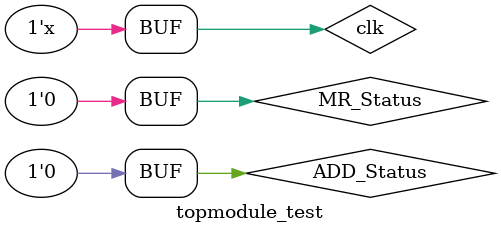
<source format=v>
`include "/home/eng/s/spp150130/spp150130/Tomasulo_Implementation/Definition_File.v"

module topmodule_test;

	// Inputs
	reg MR_Status;
	reg clk;
	reg ADD_Status;
	
	// Outputs
	wire [4:0] clock_count;
	wire [2:0] ADD_Tag_ip;
	wire [7:0] ADD_Operand1;
	wire [7:0] ADD_Operand2;
	wire [2:0] select;

	// Bidirs
	wire AR_Status;
	wire [1:0] select_instruction;

	// Instantiate the Unit Under Test (UUT)
	Top_Module uut (
		.clock_count(clock_count), 
		.ADD_Tag_ip(ADD_Tag_ip), 
		.AR_Status(AR_Status), 
		.ADD_Operand1(ADD_Operand1), 
		.ADD_Operand2(ADD_Operand2), 
		.select(select), 
		.select_instruction(select_instruction), 
		.ADD_Status(ADD_Status),
		.MR_Status(MR_Status), 
		.clk(clk)
	);

	initial clk = 0;
	
	always #100 clk = ~clk;

	initial begin
		// Initialize Inputs
		MR_Status = 0;
		ADD_Status = 0;
		

		// Wait 100 ns for global reset to finish
		
        
		// Add stimulus here

	end
      
endmodule


</source>
